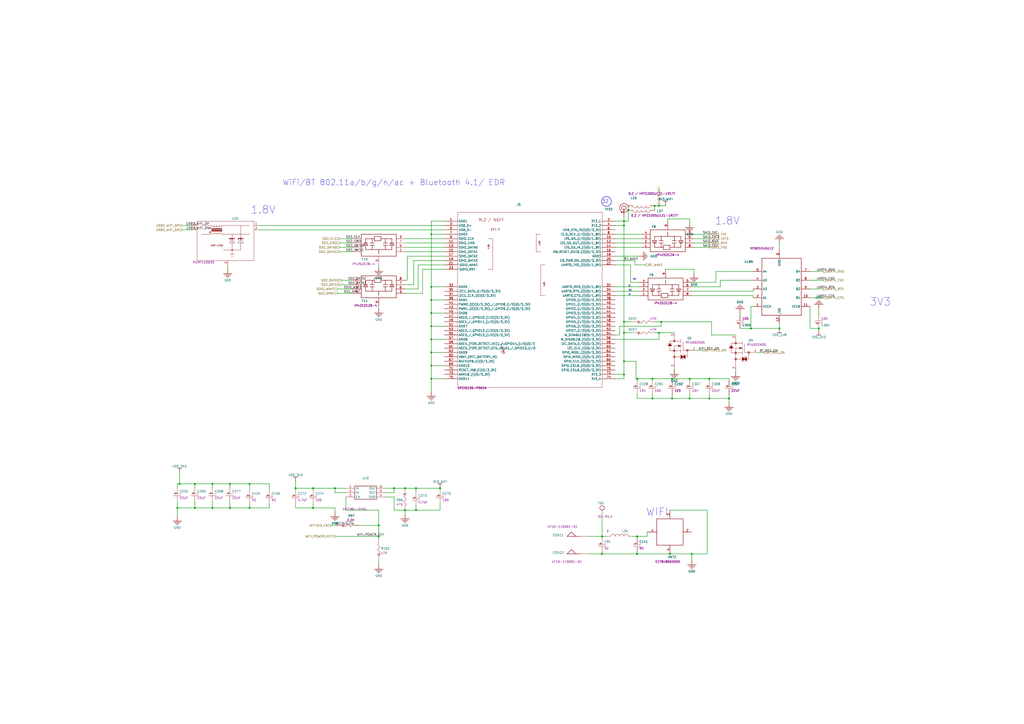
<source format=kicad_sch>
(kicad_sch (version 20231120) (generator "eeschema") (generator_version "8.0")
  (paper "A2")
  (title_block (title "Librem 5 Mainboard") (date "2024-03-21") (rev "v1.0.6") (company "Purism SPC") (comment 1 "GNU GPLv3+") (comment 2 "Copyright"))
  (junction (at 349.25 311.15))
  (junction (at 255.27 283.21))
  (junction (at 250.19 173.99))
  (junction (at 400.05 219.71))
  (junction (at 241.3 283.21))
  (junction (at 250.19 204.47))
  (junction (at 144.78 280.67))
  (junction (at 123.19 294.64))
  (junction (at 361.95 130.81))
  (junction (at 181.61 283.21))
  (junction (at 435.61 190.5))
  (junction (at 369.57 321.31))
  (junction (at 219.71 304.8))
  (junction (at 378.46 231.14))
  (junction (at 389.89 231.14))
  (junction (at 171.45 283.21))
  (junction (at 349.25 321.31))
  (junction (at 123.19 280.67))
  (junction (at 364.49 121.92))
  (junction (at 250.19 181.61))
  (junction (at 474.98 190.5))
  (junction (at 250.19 166.37))
  (junction (at 250.19 219.71))
  (junction (at 113.03 294.64))
  (junction (at 250.19 135.89))
  (junction (at 383.54 186.69))
  (junction (at 241.3 295.91))
  (junction (at 250.19 196.85))
  (junction (at 369.57 219.71))
  (junction (at 234.95 283.21))
  (junction (at 144.78 294.64))
  (junction (at 361.95 209.55))
  (junction (at 250.19 212.09))
  (junction (at 234.95 295.91))
  (junction (at 422.91 231.14))
  (junction (at 133.35 294.64))
  (junction (at 113.03 280.67))
  (junction (at 361.95 217.17))
  (junction (at 400.05 231.14))
  (junction (at 133.35 280.67))
  (junction (at 379.73 119.38))
  (junction (at 219.71 311.15))
  (junction (at 369.57 311.15))
  (junction (at 181.61 294.64))
  (junction (at 388.62 321.31))
  (junction (at 228.6 283.21))
  (junction (at 382.27 193.04))
  (junction (at 194.31 283.21))
  (junction (at 411.48 231.14))
  (junction (at 361.95 193.04))
  (junction (at 382.27 119.38))
  (junction (at 452.12 190.5))
  (junction (at 411.48 219.71))
  (junction (at 378.46 219.71))
  (junction (at 361.95 186.69))
  (junction (at 361.95 128.27))
  (junction (at 401.32 321.31))
  (junction (at 102.87 294.64))
  (junction (at 104.14 280.67))
  (junction (at 389.89 219.71))
  (junction (at 250.19 189.23))
  (wire (pts (xy 194.31 285.75) (xy 194.31 283.21)) (stroke (width 0.254)))
  (wire (pts (xy 255.27 295.91) (xy 241.3 295.91)) (stroke (width 0.254)))
  (wire (pts (xy 387.35 128.27) (xy 387.35 127)) (stroke (width 0.254)))
  (wire (pts (xy 369.57 220.98) (xy 369.57 219.71)) (stroke (width 0.254)))
  (wire (pts (xy 386.08 156.21) (xy 402.59 156.21)) (stroke (width 0.254)))
  (wire (pts (xy 204.47 165.1) (xy 198.12 165.1)) (stroke (width 0.254)))
  (wire (pts (xy 250.19 196.85) (xy 257.81 196.85)) (stroke (width 0.254)))
  (wire (pts (xy 410.21 321.31) (xy 401.32 321.31)) (stroke (width 0.254)))
  (wire (pts (xy 257.81 130.81) (xy 149.86 130.81)) (stroke (width 0.254)))
  (wire (pts (xy 389.89 220.98) (xy 389.89 219.71)) (stroke (width 0.254)))
  (wire (pts (xy 469.9 157.48) (xy 477.52 157.48)) (stroke (width 0.254)))
  (wire (pts (xy 375.412 311.15) (xy 375.412 308.61)) (stroke (width 0.254)))
  (wire (pts (xy 219.71 295.91) (xy 219.71 304.8)) (stroke (width 0.254)))
  (wire (pts (xy 245.11 170.18) (xy 234.95 170.18)) (stroke (width 0.254)))
  (wire (pts (xy 200.66 285.75) (xy 194.31 285.75)) (stroke (width 0.254)))
  (wire (pts (xy 234.95 138.43) (xy 257.81 138.43)) (stroke (width 0.254)))
  (wire (pts (xy 361.95 193.04) (xy 361.95 209.55)) (stroke (width 0.254)))
  (wire (pts (xy 133.35 290.83) (xy 133.35 294.64)) (stroke (width 0.254)))
  (wire (pts (xy 171.45 292.1) (xy 171.45 294.64)) (stroke (width 0.254)))
  (wire (pts (xy 415.29 157.48) (xy 436.88 157.48)) (stroke (width 0.254)))
  (wire (pts (xy 364.49 121.92) (xy 364.49 128.27)) (stroke (width 0.254)))
  (wire (pts (xy 204.47 170.18) (xy 195.58 170.18)) (stroke (width 0.254)))
  (wire (pts (xy 356.87 153.67) (xy 365.76 153.67)) (stroke (width 0.254)))
  (wire (pts (xy 361.95 130.81) (xy 361.95 186.69)) (stroke (width 0.254)))
  (wire (pts (xy 378.46 219.71) (xy 389.89 219.71)) (stroke (width 0.254)))
  (wire (pts (xy 171.45 284.48) (xy 171.45 283.21)) (stroke (width 0.254)))
  (wire (pts (xy 255.27 292.1) (xy 255.27 295.91)) (stroke (width 0.254)))
  (wire (pts (xy 113.03 280.67) (xy 123.19 280.67)) (stroke (width 0.254)))
  (wire (pts (xy 422.91 231.14) (xy 422.91 228.6)) (stroke (width 0.254)))
  (wire (pts (xy 436.88 171.45) (xy 436.88 172.72)) (stroke (width 0.254)))
  (wire (pts (xy 364.49 119.38) (xy 364.49 121.92)) (stroke (width 0.254)))
  (wire (pts (xy 102.87 280.67) (xy 102.87 283.21)) (stroke (width 0.254)))
  (wire (pts (xy 250.19 212.09) (xy 250.19 204.47)) (stroke (width 0.254)))
  (wire (pts (xy 379.73 119.38) (xy 382.27 119.38)) (stroke (width 0.254)))
  (wire (pts (xy 389.89 228.6) (xy 389.89 231.14)) (stroke (width 0.254)))
  (wire (pts (xy 144.78 294.64) (xy 156.21 294.64)) (stroke (width 0.254)))
  (wire (pts (xy 469.9 172.72) (xy 477.52 172.72)) (stroke (width 0.254)))
  (wire (pts (xy 361.95 219.71) (xy 361.95 217.17)) (stroke (width 0.254)))
  (wire (pts (xy 415.29 163.83) (xy 415.29 157.48)) (stroke (width 0.254)))
  (wire (pts (xy 219.71 304.8) (xy 208.28 304.8)) (stroke (width 0.254)))
  (wire (pts (xy 257.81 153.67) (xy 242.57 153.67)) (stroke (width 0.254)))
  (wire (pts (xy 379.73 193.04) (xy 382.27 193.04)) (stroke (width 0.254)))
  (wire (pts (xy 391.16 213.36) (xy 391.16 214.63)) (stroke (width 0.254)))
  (wire (pts (xy 356.87 171.45) (xy 370.84 171.45)) (stroke (width 0.254)))
  (wire (pts (xy 356.87 217.17) (xy 361.95 217.17)) (stroke (width 0.254)))
  (wire (pts (xy 401.32 321.31) (xy 401.32 325.12)) (stroke (width 0.254)))
  (wire (pts (xy 250.19 189.23) (xy 250.19 181.61)) (stroke (width 0.254)))
  (wire (pts (xy 250.19 166.37) (xy 257.81 166.37)) (stroke (width 0.254)))
  (wire (pts (xy 367.03 193.04) (xy 361.95 193.04)) (stroke (width 0.254)))
  (wire (pts (xy 382.27 119.38) (xy 386.08 119.38)) (stroke (width 0.254)))
  (wire (pts (xy 474.98 190.5) (xy 474.98 191.77)) (stroke (width 0.254)))
  (wire (pts (xy 369.57 321.31) (xy 388.62 321.31)) (stroke (width 0.254)))
  (wire (pts (xy 400.05 228.6) (xy 400.05 231.14)) (stroke (width 0.254)))
  (wire (pts (xy 144.78 292.1) (xy 144.78 294.64)) (stroke (width 0.254)))
  (wire (pts (xy 250.19 219.71) (xy 250.19 212.09)) (stroke (width 0.254)))
  (wire (pts (xy 257.81 151.13) (xy 240.03 151.13)) (stroke (width 0.254)))
  (wire (pts (xy 234.95 295.91) (xy 234.95 298.45)) (stroke (width 0.254)))
  (wire (pts (xy 372.11 138.43) (xy 356.87 138.43)) (stroke (width 0.254)))
  (wire (pts (xy 341.63 321.31) (xy 349.25 321.31)) (stroke (width 0.254)))
  (wire (pts (xy 181.61 292.1) (xy 181.61 294.64)) (stroke (width 0.254)))
  (wire (pts (xy 369.57 320.04) (xy 369.57 321.31)) (stroke (width 0.254)))
  (wire (pts (xy 113.03 294.64) (xy 123.19 294.64)) (stroke (width 0.254)))
  (wire (pts (xy 435.61 190.5) (xy 429.26 190.5)) (stroke (width 0.254)))
  (wire (pts (xy 356.87 148.59) (xy 370.84 148.59)) (stroke (width 0.254)))
  (wire (pts (xy 387.35 127) (xy 400.05 127)) (stroke (width 0.254)))
  (wire (pts (xy 359.41 189.23) (xy 383.54 189.23)) (stroke (width 0.254)))
  (wire (pts (xy 349.25 321.31) (xy 369.57 321.31)) (stroke (width 0.254)))
  (wire (pts (xy 133.35 294.64) (xy 144.78 294.64)) (stroke (width 0.254)))
  (wire (pts (xy 402.59 138.43) (xy 411.48 138.43)) (stroke (width 0.254)))
  (wire (pts (xy 200.66 295.91) (xy 219.71 295.91)) (stroke (width 0.254)))
  (wire (pts (xy 113.03 294.64) (xy 113.03 290.83)) (stroke (width 0.254)))
  (wire (pts (xy 257.81 133.35) (xy 149.86 133.35)) (stroke (width 0.254)))
  (wire (pts (xy 156.21 280.67) (xy 144.78 280.67)) (stroke (width 0.254)))
  (wire (pts (xy 379.73 186.69) (xy 383.54 186.69)) (stroke (width 0.254)))
  (wire (pts (xy 412.75 186.69) (xy 412.75 194.31)) (stroke (width 0.254)))
  (wire (pts (xy 401.32 168.91) (xy 436.88 168.91)) (stroke (width 0.254)))
  (wire (pts (xy 361.95 125.73) (xy 361.95 128.27)) (stroke (width 0.254)))
  (wire (pts (xy 123.19 283.21) (xy 123.19 280.67)) (stroke (width 0.254)))
  (wire (pts (xy 351.79 311.15) (xy 349.25 311.15)) (stroke (width 0.254)))
  (wire (pts (xy 228.6 283.21) (xy 234.95 283.21)) (stroke (width 0.254)))
  (wire (pts (xy 388.62 295.91) (xy 410.21 295.91)) (stroke (width 0.254)))
  (wire (pts (xy 223.52 288.29) (xy 228.6 288.29)) (stroke (width 0.254)))
  (wire (pts (xy 111.76 130.81) (xy 105.41 130.81)) (stroke (width 0.254)))
  (wire (pts (xy 171.45 283.21) (xy 171.45 279.4)) (stroke (width 0.254)))
  (wire (pts (xy 474.98 182.88) (xy 474.98 179.07)) (stroke (width 0.254)))
  (wire (pts (xy 436.88 177.8) (xy 435.61 177.8)) (stroke (width 0.254)))
  (wire (pts (xy 401.32 166.37) (xy 417.83 166.37)) (stroke (width 0.254)))
  (wire (pts (xy 411.48 219.71) (xy 422.91 219.71)) (stroke (width 0.254)))
  (wire (pts (xy 356.87 128.27) (xy 361.95 128.27)) (stroke (width 0.254)))
  (wire (pts (xy 383.54 186.69) (xy 412.75 186.69)) (stroke (width 0.254)))
  (wire (pts (xy 356.87 151.13) (xy 368.3 151.13)) (stroke (width 0.254)))
  (wire (pts (xy 223.52 283.21) (xy 228.6 283.21)) (stroke (width 0.254)))
  (wire (pts (xy 204.47 146.05) (xy 196.85 146.05)) (stroke (width 0.254)))
  (wire (pts (xy 417.83 166.37) (xy 417.83 162.56)) (stroke (width 0.254)))
  (wire (pts (xy 228.6 285.75) (xy 228.6 283.21)) (stroke (width 0.254)))
  (wire (pts (xy 241.3 295.91) (xy 234.95 295.91)) (stroke (width 0.254)))
  (wire (pts (xy 245.11 156.21) (xy 245.11 170.18)) (stroke (width 0.254)))
  (wire (pts (xy 241.3 293.37) (xy 241.3 295.91)) (stroke (width 0.254)))
  (wire (pts (xy 219.71 177.8) (xy 219.71 179.07)) (stroke (width 0.254)))
  (wire (pts (xy 133.35 280.67) (xy 144.78 280.67)) (stroke (width 0.254)))
  (wire (pts (xy 356.87 196.85) (xy 382.27 196.85)) (stroke (width 0.254)))
  (wire (pts (xy 194.31 294.64) (xy 194.31 297.18)) (stroke (width 0.254)))
  (wire (pts (xy 194.31 283.21) (xy 181.61 283.21)) (stroke (width 0.254)))
  (wire (pts (xy 204.47 167.64) (xy 195.58 167.64)) (stroke (width 0.254)))
  (wire (pts (xy 102.87 294.64) (xy 102.87 299.72)) (stroke (width 0.254)))
  (wire (pts (xy 372.11 143.51) (xy 356.87 143.51)) (stroke (width 0.254)))
  (wire (pts (xy 402.59 156.21) (xy 402.59 158.75)) (stroke (width 0.254)))
  (wire (pts (xy 375.412 308.61) (xy 375.92 308.61)) (stroke (width 0.254)))
  (wire (pts (xy 204.47 162.56) (xy 198.12 162.56)) (stroke (width 0.254)))
  (wire (pts (xy 257.81 156.21) (xy 245.11 156.21)) (stroke (width 0.254)))
  (wire (pts (xy 195.58 304.8) (xy 191.77 304.8)) (stroke (width 0.254)))
  (wire (pts (xy 452.12 144.78) (xy 452.12 140.97)) (stroke (width 0.254)))
  (wire (pts (xy 403.86 203.2) (xy 407.67 203.2)) (stroke (width 0.254)))
  (wire (pts (xy 356.87 194.31) (xy 359.41 194.31)) (stroke (width 0.254)))
  (wire (pts (xy 452.12 187.96) (xy 452.12 190.5)) (stroke (width 0.254)))
  (wire (pts (xy 411.48 220.98) (xy 411.48 219.71)) (stroke (width 0.254)))
  (wire (pts (xy 429.26 182.88) (xy 429.26 181.61)) (stroke (width 0.254)))
  (wire (pts (xy 228.6 295.91) (xy 234.95 295.91)) (stroke (width 0.254)))
  (wire (pts (xy 242.57 153.67) (xy 242.57 167.64)) (stroke (width 0.254)))
  (wire (pts (xy 372.11 140.97) (xy 356.87 140.97)) (stroke (width 0.254)))
  (wire (pts (xy 219.71 311.15) (xy 194.31 311.15)) (stroke (width 0.254)))
  (wire (pts (xy 250.19 196.85) (xy 250.19 189.23)) (stroke (width 0.254)))
  (wire (pts (xy 241.3 285.75) (xy 241.3 283.21)) (stroke (width 0.254)))
  (wire (pts (xy 234.95 140.97) (xy 257.81 140.97)) (stroke (width 0.254)))
  (wire (pts (xy 382.27 118.11) (xy 382.27 119.38)) (stroke (width 0.254)))
  (wire (pts (xy 389.89 219.71) (xy 400.05 219.71)) (stroke (width 0.254)))
  (wire (pts (xy 181.61 294.64) (xy 194.31 294.64)) (stroke (width 0.254)))
  (wire (pts (xy 412.75 194.31) (xy 426.72 194.31)) (stroke (width 0.254)))
  (wire (pts (xy 383.54 189.23) (xy 383.54 186.69)) (stroke (width 0.254)))
  (wire (pts (xy 382.27 193.04) (xy 391.16 193.04)) (stroke (width 0.254)))
  (wire (pts (xy 228.6 288.29) (xy 228.6 295.91)) (stroke (width 0.254)))
  (wire (pts (xy 250.19 212.09) (xy 257.81 212.09)) (stroke (width 0.254)))
  (wire (pts (xy 388.62 321.31) (xy 401.32 321.31)) (stroke (width 0.254)))
  (wire (pts (xy 250.19 135.89) (xy 257.81 135.89)) (stroke (width 0.254)))
  (wire (pts (xy 378.46 231.14) (xy 389.89 231.14)) (stroke (width 0.254)))
  (wire (pts (xy 422.91 219.71) (xy 422.91 220.98)) (stroke (width 0.254)))
  (wire (pts (xy 133.35 283.21) (xy 133.35 280.67)) (stroke (width 0.254)))
  (wire (pts (xy 402.59 140.97) (xy 411.48 140.97)) (stroke (width 0.254)))
  (wire (pts (xy 156.21 294.64) (xy 156.21 292.1)) (stroke (width 0.254)))
  (wire (pts (xy 369.57 311.15) (xy 375.412 311.15)) (stroke (width 0.254)))
  (wire (pts (xy 356.87 219.71) (xy 361.95 219.71)) (stroke (width 0.254)))
  (wire (pts (xy 356.87 166.37) (xy 370.84 166.37)) (stroke (width 0.254)))
  (wire (pts (xy 204.47 140.97) (xy 196.85 140.97)) (stroke (width 0.254)))
  (wire (pts (xy 250.19 135.89) (xy 250.19 128.27)) (stroke (width 0.254)))
  (wire (pts (xy 400.05 127) (xy 400.05 129.54)) (stroke (width 0.254)))
  (wire (pts (xy 234.95 146.05) (xy 257.81 146.05)) (stroke (width 0.254)))
  (wire (pts (xy 132.08 153.67) (xy 132.08 156.21)) (stroke (width 0.254)))
  (wire (pts (xy 411.48 231.14) (xy 422.91 231.14)) (stroke (width 0.254)))
  (wire (pts (xy 349.25 311.15) (xy 341.63 311.15)) (stroke (width 0.254)))
  (wire (pts (xy 435.61 177.8) (xy 435.61 190.5)) (stroke (width 0.254)))
  (wire (pts (xy 361.95 128.27) (xy 364.49 128.27)) (stroke (width 0.254)))
  (wire (pts (xy 469.9 190.5) (xy 474.98 190.5)) (stroke (width 0.254)))
  (wire (pts (xy 367.03 186.69) (xy 361.95 186.69)) (stroke (width 0.254)))
  (wire (pts (xy 469.9 167.64) (xy 477.52 167.64)) (stroke (width 0.254)))
  (wire (pts (xy 104.14 274.32) (xy 104.14 280.67)) (stroke (width 0.254)))
  (wire (pts (xy 204.47 143.51) (xy 196.85 143.51)) (stroke (width 0.254)))
  (wire (pts (xy 223.52 285.75) (xy 228.6 285.75)) (stroke (width 0.254)))
  (wire (pts (xy 200.66 288.29) (xy 200.66 295.91)) (stroke (width 0.254)))
  (wire (pts (xy 236.22 162.56) (xy 234.95 162.56)) (stroke (width 0.254)))
  (wire (pts (xy 250.19 189.23) (xy 257.81 189.23)) (stroke (width 0.254)))
  (wire (pts (xy 250.19 204.47) (xy 257.81 204.47)) (stroke (width 0.254)))
  (wire (pts (xy 144.78 280.67) (xy 144.78 284.48)) (stroke (width 0.254)))
  (wire (pts (xy 361.95 186.69) (xy 361.95 193.04)) (stroke (width 0.254)))
  (wire (pts (xy 410.21 295.91) (xy 410.21 321.31)) (stroke (width 0.254)))
  (wire (pts (xy 219.71 153.67) (xy 219.71 154.94)) (stroke (width 0.254)))
  (wire (pts (xy 356.87 168.91) (xy 370.84 168.91)) (stroke (width 0.254)))
  (wire (pts (xy 123.19 280.67) (xy 133.35 280.67)) (stroke (width 0.254)))
  (wire (pts (xy 200.66 283.21) (xy 194.31 283.21)) (stroke (width 0.254)))
  (wire (pts (xy 236.22 148.59) (xy 236.22 162.56)) (stroke (width 0.254)))
  (wire (pts (xy 379.73 121.92) (xy 379.73 119.38)) (stroke (width 0.254)))
  (wire (pts (xy 469.9 162.56) (xy 477.52 162.56)) (stroke (width 0.254)))
  (wire (pts (xy 219.71 312.42) (xy 219.71 311.15)) (stroke (width 0.254)))
  (wire (pts (xy 250.19 173.99) (xy 257.81 173.99)) (stroke (width 0.254)))
  (wire (pts (xy 204.47 138.43) (xy 196.85 138.43)) (stroke (width 0.254)))
  (wire (pts (xy 452.12 190.5) (xy 435.61 190.5)) (stroke (width 0.254)))
  (wire (pts (xy 123.19 294.64) (xy 133.35 294.64)) (stroke (width 0.254)))
  (wire (pts (xy 359.41 194.31) (xy 359.41 189.23)) (stroke (width 0.254)))
  (wire (pts (xy 361.95 217.17) (xy 361.95 209.55)) (stroke (width 0.254)))
  (wire (pts (xy 242.57 167.64) (xy 234.95 167.64)) (stroke (width 0.254)))
  (wire (pts (xy 349.25 312.42) (xy 349.25 311.15)) (stroke (width 0.254)))
  (wire (pts (xy 250.19 219.71) (xy 257.81 219.71)) (stroke (width 0.254)))
  (wire (pts (xy 365.76 163.83) (xy 370.84 163.83)) (stroke (width 0.254)))
  (wire (pts (xy 411.48 228.6) (xy 411.48 231.14)) (stroke (width 0.254)))
  (wire (pts (xy 369.57 228.6) (xy 369.57 231.14)) (stroke (width 0.254)))
  (wire (pts (xy 368.96 219.71) (xy 368.96 209.55)) (stroke (width 0.254)))
  (wire (pts (xy 250.19 204.47) (xy 250.19 196.85)) (stroke (width 0.254)))
  (wire (pts (xy 378.46 228.6) (xy 378.46 231.14)) (stroke (width 0.254)))
  (wire (pts (xy 102.87 290.83) (xy 102.87 294.64)) (stroke (width 0.254)))
  (wire (pts (xy 171.45 283.21) (xy 181.61 283.21)) (stroke (width 0.254)))
  (wire (pts (xy 250.19 128.27) (xy 257.81 128.27)) (stroke (width 0.254)))
  (wire (pts (xy 104.14 280.67) (xy 113.03 280.67)) (stroke (width 0.254)))
  (wire (pts (xy 250.19 227.33) (xy 250.19 219.71)) (stroke (width 0.254)))
  (wire (pts (xy 356.87 130.81) (xy 361.95 130.81)) (stroke (width 0.254)))
  (wire (pts (xy 255.27 284.48) (xy 255.27 283.21)) (stroke (width 0.254)))
  (wire (pts (xy 181.61 283.21) (xy 181.61 284.48)) (stroke (width 0.254)))
  (wire (pts (xy 368.96 209.55) (xy 361.95 209.55)) (stroke (width 0.254)))
  (wire (pts (xy 469.9 177.8) (xy 469.9 190.5)) (stroke (width 0.254)))
  (wire (pts (xy 426.72 214.63) (xy 426.72 215.9)) (stroke (width 0.254)))
  (wire (pts (xy 382.27 196.85) (xy 382.27 193.04)) (stroke (width 0.254)))
  (wire (pts (xy 365.76 153.67) (xy 365.76 163.83)) (stroke (width 0.254)))
  (wire (pts (xy 171.45 294.64) (xy 181.61 294.64)) (stroke (width 0.254)))
  (wire (pts (xy 257.81 148.59) (xy 236.22 148.59)) (stroke (width 0.254)))
  (wire (pts (xy 389.89 231.14) (xy 400.05 231.14)) (stroke (width 0.254)))
  (wire (pts (xy 349.25 298.45) (xy 349.25 311.15)) (stroke (width 0.254)))
  (wire (pts (xy 241.3 283.21) (xy 255.27 283.21)) (stroke (width 0.254)))
  (wire (pts (xy 361.95 130.81) (xy 361.95 128.27)) (stroke (width 0.254)))
  (wire (pts (xy 104.14 280.67) (xy 102.87 280.67)) (stroke (width 0.254)))
  (wire (pts (xy 240.03 165.1) (xy 234.95 165.1)) (stroke (width 0.254)))
  (wire (pts (xy 241.3 283.21) (xy 234.95 283.21)) (stroke (width 0.254)))
  (wire (pts (xy 240.03 151.13) (xy 240.03 165.1)) (stroke (width 0.254)))
  (wire (pts (xy 111.76 133.35) (xy 105.41 133.35)) (stroke (width 0.254)))
  (wire (pts (xy 250.19 181.61) (xy 250.19 173.99)) (stroke (width 0.254)))
  (wire (pts (xy 372.11 135.89) (xy 356.87 135.89)) (stroke (width 0.254)))
  (wire (pts (xy 401.32 163.83) (xy 415.29 163.83)) (stroke (width 0.254)))
  (wire (pts (xy 400.05 219.71) (xy 411.48 219.71)) (stroke (width 0.254)))
  (wire (pts (xy 417.83 162.56) (xy 436.88 162.56)) (stroke (width 0.254)))
  (wire (pts (xy 422.91 231.14) (xy 422.91 233.68)) (stroke (width 0.254)))
  (wire (pts (xy 369.57 219.71) (xy 368.96 219.71)) (stroke (width 0.254)))
  (wire (pts (xy 250.19 166.37) (xy 250.19 135.89)) (stroke (width 0.254)))
  (wire (pts (xy 234.95 143.51) (xy 257.81 143.51)) (stroke (width 0.254)))
  (wire (pts (xy 113.03 283.21) (xy 113.03 280.67)) (stroke (width 0.254)))
  (wire (pts (xy 219.71 325.12) (xy 219.71 327.66)) (stroke (width 0.254)))
  (wire (pts (xy 368.3 151.13) (xy 368.3 153.67)) (stroke (width 0.254)))
  (wire (pts (xy 156.21 284.48) (xy 156.21 280.67)) (stroke (width 0.254)))
  (wire (pts (xy 378.46 220.98) (xy 378.46 219.71)) (stroke (width 0.254)))
  (wire (pts (xy 369.57 231.14) (xy 378.46 231.14)) (stroke (width 0.254)))
  (wire (pts (xy 368.3 153.67) (xy 374.65 153.67)) (stroke (width 0.254)))
  (wire (pts (xy 400.05 220.98) (xy 400.05 219.71)) (stroke (width 0.254)))
  (wire (pts (xy 436.88 168.91) (xy 436.88 167.64)) (stroke (width 0.254)))
  (wire (pts (xy 402.59 143.51) (xy 411.48 143.51)) (stroke (width 0.254)))
  (wire (pts (xy 401.32 171.45) (xy 436.88 171.45)) (stroke (width 0.254)))
  (wire (pts (xy 349.25 320.04) (xy 349.25 321.31)) (stroke (width 0.254)))
  (wire (pts (xy 250.19 181.61) (xy 257.81 181.61)) (stroke (width 0.254)))
  (wire (pts (xy 367.03 311.15) (xy 369.57 311.15)) (stroke (width 0.254)))
  (wire (pts (xy 369.57 219.71) (xy 378.46 219.71)) (stroke (width 0.254)))
  (wire (pts (xy 123.19 290.83) (xy 123.19 294.64)) (stroke (width 0.254)))
  (wire (pts (xy 219.71 311.15) (xy 219.71 304.8)) (stroke (width 0.254)))
  (wire (pts (xy 402.59 135.89) (xy 411.48 135.89)) (stroke (width 0.254)))
  (wire (pts (xy 369.57 312.42) (xy 369.57 311.15)) (stroke (width 0.254)))
  (wire (pts (xy 102.87 294.64) (xy 113.03 294.64)) (stroke (width 0.254)))
  (wire (pts (xy 250.19 173.99) (xy 250.19 166.37)) (stroke (width 0.254)))
  (wire (pts (xy 439.42 204.47) (xy 443.23 204.47)) (stroke (width 0.254)))
  (wire (pts (xy 400.05 231.14) (xy 411.48 231.14)) (stroke (width 0.254)))
  (circle (center 351.79 116.84) (radius 2.845) (stroke (width 0.254)))
  (text "DO" (at 364.49 168.91 0) (effects (font (size 0.889 0.889)) (justify left bottom)))
  (text "1.8V" (at 160.02 124.46 0) (effects (font (size 4.445 4.445)) (justify right bottom)))
  (text "3V3" (at 516.89 177.8 0) (effects (font (size 4.445 4.445)) (justify right bottom)))
  (text "1.8V" (at 429.26 130.81 0) (effects (font (size 4.445 4.445)) (justify right bottom)))
  (text "WIFI" (at 374.65 299.72 0) (effects (font (size 4.445 4.445)) (justify left bottom)))
  (text "WiFi/BT 802.11a/b/g/n/ac + Bluetooth 4.1/ EDR" (at 163.83 107.95 0) (effects (font (size 3.302 3.302)) (justify left bottom)))
  (text "DO" (at 367.03 162.56 0) (effects (font (size 0.889 0.889)) (justify left bottom)))
  (text "DI" (at 364.49 171.45 0) (effects (font (size 0.889 0.889)) (justify left bottom)))
  (text "32" (at 349.25 118.11 0) (effects (font (size 1.905 1.905)) (justify left bottom)))
  (text "DI" (at 364.49 166.37 0) (effects (font (size 0.889 0.889)) (justify left bottom)))
  (label "SD2_DATA1" (at 200.66 146.05 0))
  (label "WIFI_REG_ON" (at 405.13 203.2 0))
  (label "UART4_RTS" (at 473.71 167.64 0))
  (label "UART4_TXD" (at 473.71 162.56 0))
  (label "USB2_WIFI_DN" (at 107.95 133.35 0))
  (label "SDIO_WAKE" (at 199.39 167.64 0))
  (label "UART4_RXD" (at 473.71 157.48 0))
  (label "SD2_DATA2" (at 201.93 162.56 0))
  (label "UART4_CTS" (at 473.71 172.72 0))
  (label "SAI3_RXD" (at 407.67 140.97 0))
  (label "WIFI_POWER_KEY" (at 207.01 311.15 0))
  (label "BT_WAKE" (at 361.95 151.13 0))
  (label "SD2_DATA0" (at 200.66 143.51 0))
  (label "SAI3_TXFS" (at 407.67 138.43 0))
  (label "WIFI3V3_EN" (at 194.31 304.8 0))
  (label "SAI3_TXC" (at 407.67 135.89 0))
  (label "SAI3_TXD" (at 407.67 143.51 0))
  (label "SD2_CLK" (at 200.66 138.43 0))
  (label "USB2_WIFI_DP" (at 107.95 130.81 0))
  (label "BT_REG_ON" (at 440.69 204.47 0))
  (label "SD2_NRST" (at 199.39 170.18 0))
  (label "SD2_DATA3" (at 201.93 165.1 0))
  (label "SD2_CMD" (at 200.66 140.97 0))
  (hierarchical_label "SAI3_TXC" (shape bidirectional) (at 411.48 135.89 0))
  (hierarchical_label "SD2_CLK" (shape passive) (at 196.85 138.43 180))
  (hierarchical_label "BT_REG_ON" (shape passive) (at 443.23 204.47 0))
  (hierarchical_label "WIFI3V3_EN" (shape passive) (at 191.77 304.8 180))
  (hierarchical_label "SAI3_TXD" (shape bidirectional) (at 411.48 143.51 0))
  (hierarchical_label "SAI3_RXD" (shape passive) (at 411.48 140.97 0))
  (hierarchical_label "SD2_DATA1" (shape passive) (at 196.85 146.05 180))
  (hierarchical_label "SAI3_TXFS" (shape bidirectional) (at 411.48 138.43 0))
  (hierarchical_label "UART4_RTS" (shape passive) (at 477.52 167.64 0))
  (hierarchical_label "UART4_TXD" (shape passive) (at 477.52 162.56 0))
  (hierarchical_label "SD2_DATA2" (shape passive) (at 198.12 162.56 180))
  (hierarchical_label "3V3_WIFI" (shape bidirectional) (at 382.27 118.11 90))
  (hierarchical_label "WIFI_POWER_KEY" (shape passive) (at 194.31 311.15 180))
  (hierarchical_label "UART4_RXD" (shape passive) (at 477.52 157.48 0))
  (hierarchical_label "BT_WAKE" (shape passive) (at 374.65 153.67 0))
  (hierarchical_label "USB2_WIFI_DP" (shape passive) (at 105.41 130.81 180))
  (hierarchical_label "SDIO_WAKE" (shape passive) (at 195.58 167.64 180))
  (hierarchical_label "SD2_NRST" (shape passive) (at 195.58 170.18 180))
  (hierarchical_label "UART4_CTS" (shape passive) (at 477.52 172.72 0))
  (hierarchical_label "USB2_WIFI_DN" (shape passive) (at 105.41 133.35 180))
  (hierarchical_label "SD2_DATA0" (shape passive) (at 196.85 143.51 180))
  (hierarchical_label "WIFI_REG_ON" (shape passive) (at 407.67 203.2 0))
  (hierarchical_label "SD2_CMD" (shape passive) (at 196.85 140.97 180))
  (hierarchical_label "SD2_DATA3" (shape passive) (at 198.12 165.1 180))
  (symbol (lib_id "C-16_WIFI_BT:root_0_C0402") (at 142.24 289.56 0) (unit 1)
    (property "Reference" "C434" (at 146.05 287.02 0) (effects (justify left bottom)))
    (property "Value" "C0402" (effects (hide yes)))
    (property "Footprint" "CAP-0402" (effects (hide yes)))
    (property "PCB DECAL" "CAP-0402" (effects (hide yes)))
    (property "DESCRIPTION" "CAP CER 10uF 6V3 20% X5R 0402" (effects (hide yes)))
    (property "VOLTAGE" "6.3V" (effects (hide yes)))
    (property "VALUE" "NC" (at 146.05 290.83 0) (effects (justify left bottom)))
    (property "GEOMETRY.HEIGHT" "0.5MM" (effects (hide yes)))
    (property "PCB FOOTPRINT" "402" (effects (hide yes)))
  )
  (symbol (lib_id "C-16_WIFI_BT:GND") (at 219.71 179.07 0) (unit 1)
    (property "Reference" "#PWR?" (effects (hide yes)))
    (property "Value" "GND" (at 219.71 185.42 0))
  )
  (symbol (lib_id "C-16_WIFI_BT:root_0_ANT_CON1") (at 328.93 311.15 0) (unit 1)
    (property "Reference" "CON11" (at 323.85 311.15 0) (effects (justify bottom)))
    (property "Value" "ANT_CON1" (effects (hide yes)))
    (property "Footprint" "ANT_CON1" (effects (hide yes)))
    (property "PCB DECAL" "ANT_CON1" (effects (hide yes)))
    (property "GEOMETRY.HEIGHT" "1.0MM" (effects (hide yes)))
    (property "VALUE" "AT10-110001-01" (at 326.39 304.8 0) (effects (justify top)))
    (property "DESCRIPTION" "RF shrapnel,W=1.4mm,L=2.4mm,Hf=1.0¡À0.1mm,Hw=0.55mm µ¯Æ¬" (effects (hide yes)))
    (property "PCB FOOTPRINT" "2.4X1.4mm" (effects (hide yes)))
  )
  (symbol (lib_id "C-16_WIFI_BT:root_2_mirrored_C0201") (at 472.44 185.42 0) (unit 1)
    (property "Reference" "C394" (at 476.25 187.96 0) (effects (justify left top)))
    (property "Value" "C0201" (effects (hide yes)))
    (property "Footprint" "CAP-0201" (effects (hide yes)))
    (property "VOLTAGE" "6.3V" (effects (hide yes)))
    (property "DESCRIPTION" "CAP CER 1uF 6V3 20% X5R 0201" (effects (hide yes)))
    (property "PCB DECAL" "CAP-0201" (effects (hide yes)))
    (property "VALUE" "105" (at 476.25 184.15 0) (effects (justify left top)))
    (property "GEOMETRY.HEIGHT" "0.3MM" (effects (hide yes)))
    (property "PCB FOOTPRINT" "201" (effects (hide yes)))
  )
  (symbol (lib_id "C-16_WIFI_BT:root_0_C0201") (at 346.71 317.5 0) (unit 1)
    (property "Reference" "C91" (at 350.52 314.96 0) (effects (justify left bottom)))
    (property "Value" "C0201" (effects (hide yes)))
    (property "Footprint" "CAP-0201" (effects (hide yes)))
    (property "DESCRIPTION" "Z CAP CER 1uF 6V3 20% X5R 0201" (effects (hide yes)))
    (property "PCB DECAL" "CAP-0201" (effects (hide yes)))
    (property "VALUE" "NC" (at 350.52 318.77 0) (effects (justify left bottom)))
    (property "GEOMETRY.HEIGHT" "0.3MM" (effects (hide yes)))
    (property "PCB FOOTPRINT" "201" (effects (hide yes)))
  )
  (symbol (lib_id "C-16_WIFI_BT:root_0_FILTER_ESD_BUS4") (at 209.55 148.59 0) (unit 1)
    (property "Reference" "F10" (at 211.582 151.13 0) (effects (justify bottom)))
    (property "Value" "FILTER_ESD_BUS4" (effects (hide yes)))
    (property "Footprint" "FILTER-BUS4" (effects (hide yes)))
    (property "PCB DECAL" "FILTER-BUS4" (effects (hide yes)))
    (property "VALUE" "IP4252CZ8-4" (at 210.82 152.4 0) (effects (justify top)))
    (property "GEOMETRY.HEIGHT" "0.6mm" (effects (hide yes)))
    (property "PCB FOOTPRINT" "QFN8 1.35x1.7x0.55mm" (effects (hide yes)))
    (property "DESCRIPTION" "IC ESD Filter 40 ohm 12pF 4CH" (effects (hide yes)))
    (property "MFG_NAME" "NXP" (effects (hide yes)))
  )
  (symbol (lib_id "C-16_WIFI_BT:root_1_RES_2") (at 377.19 195.58 0) (unit 1)
    (property "Reference" "R227" (at 369.57 190.5 0) (effects (justify right top)))
    (property "Value" "RES_2" (effects (hide yes)))
    (property "Footprint" "RES-0201" (effects (hide yes)))
    (property "DESCRIPTION" "Resistor Chip 0201 47K Ohm 1/16W 1% RALEC" (effects (hide yes)))
    (property "PCB DECAL" "RES-0201" (effects (hide yes)))
    (property "VALUE" "47K" (at 381 190.5 0) (effects (justify right top)))
    (property "GEOMETRY.HEIGHT" "0.3MM" (effects (hide yes)))
    (property "PCB FOOTPRINT" "201" (effects (hide yes)))
  )
  (symbol (lib_id "C-16_WIFI_BT:root_0_C0603") (at 408.94 226.06 0) (unit 1)
    (property "Reference" "C308" (at 412.75 223.52 0) (effects (justify left bottom)))
    (property "Value" "C0603" (effects (hide yes)))
    (property "Footprint" "CAP-0603" (effects (hide yes)))
    (property "PCB DECAL" "CAP-0603" (effects (hide yes)))
    (property "DESCRIPTION" "CAP CER 22uF 6V3 20% X5R 0603" (effects (hide yes)))
    (property "VOLTAGE" "6.3V" (effects (hide yes)))
    (property "VALUE" "22UF" (at 412.75 227.33 0) (effects (justify left bottom)))
    (property "GEOMETRY.HEIGHT" "0.8MM" (effects (hide yes)))
    (property "PCB FOOTPRINT" "603" (effects (hide yes)))
  )
  (symbol (lib_id "C-16_WIFI_BT:GND") (at 219.71 154.94 0) (unit 1)
    (property "Reference" "#PWR?" (effects (hide yes)))
    (property "Value" "GND" (at 219.71 161.29 0))
  )
  (symbol (lib_id "C-16_WIFI_BT:GND") (at 370.84 148.59 90) (unit 1)
    (property "Reference" "#PWR?" (effects (hide yes)))
    (property "Value" "GND" (at 377.19 148.59 90) (effects (justify right)))
  )
  (symbol (lib_id "C-16_WIFI_BT:GND") (at 452.12 140.97 180) (unit 1)
    (property "Reference" "#PWR?" (effects (hide yes)))
    (property "Value" "GND" (at 452.12 134.62 0))
  )
  (symbol (lib_id "C-16_WIFI_BT:GND") (at 102.87 299.72 0) (unit 1)
    (property "Reference" "#PWR?" (effects (hide yes)))
    (property "Value" "GND" (at 102.87 306.07 0))
  )
  (symbol (lib_id "C-16_WIFI_BT:GND") (at 194.31 297.18 0) (unit 1)
    (property "Reference" "#PWR?" (effects (hide yes)))
    (property "Value" "GND" (at 194.31 303.53 0))
  )
  (symbol (lib_id "C-16_WIFI_BT:VDD_1V8") (at 452.12 190.5 0) (unit 1)
    (property "Reference" "#PWR?" (effects (hide yes)))
    (property "Value" "VDD_1V8" (at 452.12 194.31 0))
  )
  (symbol (lib_id "C-16_WIFI_BT:GND") (at 219.71 327.66 0) (unit 1)
    (property "Reference" "#PWR?" (effects (hide yes)))
    (property "Value" "GND" (at 219.71 334.01 0))
  )
  (symbol (lib_id "C-16_WIFI_BT:root_0_C0603") (at 120.65 288.29 0) (unit 1)
    (property "Reference" "C258" (at 124.46 285.75 0) (effects (justify left bottom)))
    (property "Value" "C0603" (effects (hide yes)))
    (property "Footprint" "CAP-0603" (effects (hide yes)))
    (property "PCB FOOTPRINT" "603" (effects (hide yes)))
    (property "GEOMETRY.HEIGHT" "0.8MM" (effects (hide yes)))
    (property "VALUE" "22UF" (at 124.46 289.56 0) (effects (justify left bottom)))
    (property "VOLTAGE" "6.3V" (effects (hide yes)))
    (property "DESCRIPTION" "CAP CER 22uF 6V3 20% X5R 0603" (effects (hide yes)))
    (property "PCB DECAL" "CAP-0603" (effects (hide yes)))
  )
  (symbol (lib_id "C-16_WIFI_BT:GND") (at 422.91 233.68 0) (unit 1)
    (property "Reference" "#PWR?" (effects (hide yes)))
    (property "Value" "GND" (at 422.91 240.03 0))
  )
  (symbol (lib_id "C-16_WIFI_BT:root_0_C0201") (at 375.92 226.06 0) (unit 1)
    (property "Reference" "C291" (at 379.73 223.52 0) (effects (justify left bottom)))
    (property "Value" "C0201" (effects (hide yes)))
    (property "Footprint" "CAP-0201" (effects (hide yes)))
    (property "VOLTAGE" "6.3V" (effects (hide yes)))
    (property "DESCRIPTION" "CAP CER 1uF 6V3 20% X5R 0201" (effects (hide yes)))
    (property "PCB DECAL" "CAP-0201" (effects (hide yes)))
    (property "VALUE" "105" (at 379.73 227.33 0) (effects (justify left bottom)))
    (property "GEOMETRY.HEIGHT" "0.3MM" (effects (hide yes)))
    (property "PCB FOOTPRINT" "201" (effects (hide yes)))
  )
  (symbol (lib_id "C-16_WIFI_BT:VDD_3V3") (at 104.14 274.32 180) (unit 1)
    (property "Reference" "#PWR?" (effects (hide yes)))
    (property "Value" "VDD_3V3" (at 104.14 270.51 0))
  )
  (symbol (lib_id "C-16_WIFI_BT:GND") (at 474.98 179.07 180) (unit 1)
    (property "Reference" "#PWR?" (effects (hide yes)))
    (property "Value" "GND" (at 474.98 172.72 0))
  )
  (symbol (lib_id "C-16_WIFI_BT:GND") (at 429.26 181.61 180) (unit 1)
    (property "Reference" "#PWR?" (effects (hide yes)))
    (property "Value" "GND" (at 429.26 175.26 0))
  )
  (symbol (lib_id "C-16_WIFI_BT:root_0_RES_2") (at 232.41 293.37 0) (unit 1)
    (property "Reference" "R96" (at 229.87 290.83 0) (effects (justify left bottom)))
    (property "Value" "RES_2" (effects (hide yes)))
    (property "Footprint" "RES-0201" (effects (hide yes)))
    (property "DESCRIPTION" "Resistor Chip 0201 47K Ohm 1/16W 1% RALEC" (effects (hide yes)))
    (property "PCB DECAL" "RES-0201" (effects (hide yes)))
    (property "VALUE" "47K" (at 229.87 293.37 0) (effects (justify left bottom)))
    (property "GEOMETRY.HEIGHT" "0.3MM" (effects (hide yes)))
    (property "PCB FOOTPRINT" "201" (effects (hide yes)))
  )
  (symbol (lib_id "C-16_WIFI_BT:root_1_mirrored_TEST-POINT") (at 361.95 120.65 0) (unit 1)
    (property "Reference" "TV32" (at 353.06 120.65 0) (effects (justify top)))
    (property "Value" "TEST-POINT" (effects (hide yes)))
    (property "Footprint" "SIP-1PE" (effects (hide yes)))
    (property "PCB DECAL" "SIP-1PE" (effects (hide yes)))
    (property "VALUE" "M3" (effects (hide yes)))
    (property "GEOMETRY.HEIGHT" "0.1MM" (effects (hide yes)))
    (property "DESCRIPTION" "Z" (effects (hide yes)))
  )
  (symbol (lib_id "C-16_WIFI_BT:root_0_SC-M1.4") (at 346.71 295.91 0) (unit 1)
    (property "Reference" "TS5" (at 346.71 292.608 0) (effects (justify left bottom)))
    (property "Value" "SC-M1.4" (effects (hide yes)))
    (property "Footprint" "SC-M1.4" (effects (hide yes)))
    (property "PCB DECAL" "SC-M1.4" (effects (hide yes)))
    (property "DESCRIPTION" "Z" (effects (hide yes)))
    (property "VALUE" "SC-M1.4" (at 346.71 298.958 0) (effects (justify left top)))
  )
  (symbol (lib_id "C-16_WIFI_BT:GND") (at 401.32 325.12 0) (unit 1)
    (property "Reference" "#PWR?" (effects (hide yes)))
    (property "Value" "GND" (at 401.32 331.47 0))
  )
  (symbol (lib_id "C-16_WIFI_BT:root_0_C0603") (at 130.81 288.29 0) (unit 1)
    (property "Reference" "C277" (at 134.62 285.75 0) (effects (justify left bottom)))
    (property "Value" "C0603" (effects (hide yes)))
    (property "Footprint" "CAP-0603" (effects (hide yes)))
    (property "PCB FOOTPRINT" "603" (effects (hide yes)))
    (property "GEOMETRY.HEIGHT" "1.0MM" (effects (hide yes)))
    (property "VALUE" "22UF" (at 134.62 289.56 0) (effects (justify left bottom)))
    (property "VOLTAGE" "6.3V" (effects (hide yes)))
    (property "DESCRIPTION" "CAP CER 22uF 6V3 20% X5R 0603" (effects (hide yes)))
    (property "PCB DECAL" "CAP-0603" (effects (hide yes)))
  )
  (symbol (lib_id "C-16_WIFI_BT:root_0_APEX2X2") (at 381 316.23 0) (unit 1)
    (property "Reference" "ANT2" (at 389.89 323.85 0) (effects (justify bottom)))
    (property "Value" "APEX2X2" (effects (hide yes)))
    (property "Footprint" "APEX-4" (effects (hide yes)))
    (property "PCB DECAL" "APEX-4" (effects (hide yes)))
    (property "DESCRIPTION" "CON  RF IV  2X2X0.6 Íâ¾¶1.5 ÄÚ¾¶0.45" (effects (hide yes)))
    (property "GEOMETRY.HEIGHT" "1.45MM" (effects (hide yes)))
    (property "MFG_NAME" "ECTµçÁ¬¾«ÃÜ" (effects (hide yes)))
    (property "PCB FOOTPRINT" "2X2MM" (effects (hide yes)))
    (property "VALUE" "ECT818000500" (at 387.35 325.12 0) (effects (justify top)))
  )
  (symbol (lib_id "C-16_WIFI_BT:root_0_C0201") (at 387.35 226.06 0) (unit 1)
    (property "Reference" "C292" (at 391.16 223.52 0) (effects (justify left bottom)))
    (property "Value" "C0201" (effects (hide yes)))
    (property "Footprint" "CAP-0201" (effects (hide yes)))
    (property "VOLTAGE" "6.3V" (effects (hide yes)))
    (property "DESCRIPTION" "CAP CER 1uF 6V3 20% X5R 0201" (effects (hide yes)))
    (property "PCB DECAL" "CAP-0201" (effects (hide yes)))
    (property "VALUE" "105" (at 391.16 227.33 0) (effects (justify left bottom)))
    (property "GEOMETRY.HEIGHT" "0.3MM" (effects (hide yes)))
    (property "PCB FOOTPRINT" "201" (effects (hide yes)))
  )
  (symbol (lib_id "C-16_WIFI_BT:root_0_mirrored_2SK3018") (at 436.88 212.09 0) (unit 1)
    (property "Reference" "Q9" (at 436.88 198.12 0) (effects (justify right bottom)))
    (property "Value" "2SK3018" (effects (hide yes)))
    (property "Footprint" "DTC123JUA" (effects (hide yes)))
    (property "DESCRIPTION" "TRAN NMOS SW 0.9V DRIVE 50V UMT3" (effects (hide yes)))
    (property "PCB DECAL" "DTC123JUA" (effects (hide yes)))
    (property "VALUE" "RYU002N05" (at 444.5 200.66 0) (effects (justify right bottom)))
    (property "GEOMETRY.HEIGHT" "1.0MM" (effects (hide yes)))
    (property "PCB FOOTPRINT" "UMT3  2x2.1mm" (effects (hide yes)))
    (property "MFG_NAME" "ROHM" (effects (hide yes)))
  )
  (symbol (lib_id "C-16_WIFI_BT:root_0_C0201") (at 367.03 317.5 0) (unit 1)
    (property "Reference" "C141" (at 370.84 314.96 0) (effects (justify left bottom)))
    (property "Value" "C0201" (effects (hide yes)))
    (property "Footprint" "CAP-0201" (effects (hide yes)))
    (property "DESCRIPTION" "Z CAP CER 1uF 6V3 20% X5R 0201" (effects (hide yes)))
    (property "PCB DECAL" "CAP-0201" (effects (hide yes)))
    (property "VALUE" "NC" (at 370.84 318.77 0) (effects (justify left bottom)))
    (property "GEOMETRY.HEIGHT" "0.3MM" (effects (hide yes)))
    (property "PCB FOOTPRINT" "201" (effects (hide yes)))
  )
  (symbol (lib_id "C-16_WIFI_BT:GND") (at 132.08 156.21 0) (unit 1)
    (property "Reference" "#PWR?" (effects (hide yes)))
    (property "Value" "GND" (at 132.08 162.56 0))
  )
  (symbol (lib_id "C-16_WIFI_BT:GND") (at 426.72 215.9 0) (unit 1)
    (property "Reference" "#PWR?" (effects (hide yes)))
    (property "Value" "GND" (at 426.72 222.25 0))
  )
  (symbol (lib_id "C-16_WIFI_BT:GND") (at 250.19 227.33 0) (unit 1)
    (property "Reference" "#PWR?" (effects (hide yes)))
    (property "Value" "GND" (at 250.19 233.68 0))
  )
  (symbol (lib_id "C-16_WIFI_BT:root_2_mirrored_FILTER_ESD_BUS4") (at 375.92 161.29 0) (unit 1)
    (property "Reference" "F6" (at 377.952 158.75 0) (effects (justify top)))
    (property "Value" "FILTER_ESD_BUS4" (effects (hide yes)))
    (property "Footprint" "FILTER-BUS4" (effects (hide yes)))
    (property "PCB DECAL" "FILTER-BUS4" (effects (hide yes)))
    (property "VALUE" "IP4252CZ8-4" (at 386.08 176.53 0) (effects (justify bottom)))
    (property "GEOMETRY.HEIGHT" "0.6mm" (effects (hide yes)))
    (property "PCB FOOTPRINT" "QFN8 1.35x1.7x0.55mm" (effects (hide yes)))
    (property "DESCRIPTION" "IC ESD Filter 40 ohm 12pF 4CH" (effects (hide yes)))
    (property "MFG_NAME" "NXP" (effects (hide yes)))
  )
  (symbol (lib_id "C-16_WIFI_BT:root_0_C0402") (at 238.76 290.83 0) (unit 1)
    (property "Reference" "C273" (at 242.57 288.29 0) (effects (justify left bottom)))
    (property "Value" "C0402" (effects (hide yes)))
    (property "Footprint" "CAP-0402" (effects (hide yes)))
    (property "PCB DECAL" "CAP-0402" (effects (hide yes)))
    (property "DESCRIPTION" "CAP CER 4.7uF 6V3 20% X5R 0402" (effects (hide yes)))
    (property "VOLTAGE" "6.3V" (effects (hide yes)))
    (property "VALUE" "4.7UF" (at 242.57 292.1 0) (effects (justify left bottom)))
    (property "GEOMETRY.HEIGHT" "0.5MM" (effects (hide yes)))
    (property "PCB FOOTPRINT" "402" (effects (hide yes)))
  )
  (symbol (lib_id "C-16_WIFI_BT:root_3_BEAD-0402") (at 367.03 119.38 0) (unit 1)
    (property "Reference" "L37" (at 381 123.19 0) (effects (justify left bottom)))
    (property "Value" "BEAD-0402" (effects (hide yes)))
    (property "Footprint" "IND-0402" (effects (hide yes)))
    (property "PCB DECAL" "IND-0402" (effects (hide yes)))
    (property "DESCRIPTION" "Resistor Chip 0402 0.2 Ohm 1/16W 1% RALEC" (effects (hide yes)))
    (property "VALUE" "0.2 / HPZ1005U121-1R1TF" (at 379.73 125.73 0) (effects (justify bottom)))
    (property "GEOMETRY.HEIGHT" "0.5MM" (effects (hide yes)))
    (property "PCB FOOTPRINT" "402" (effects (hide yes)))
  )
  (symbol (lib_id "C-16_WIFI_BT:root_0_C0402") (at 153.67 289.56 0) (unit 1)
    (property "Reference" "C435" (at 157.48 287.02 0) (effects (justify left bottom)))
    (property "Value" "C0402" (effects (hide yes)))
    (property "Footprint" "CAP-0402" (effects (hide yes)))
    (property "PCB DECAL" "CAP-0402" (effects (hide yes)))
    (property "DESCRIPTION" "CAP CER 10uF 6V3 20% X5R 0402" (effects (hide yes)))
    (property "VOLTAGE" "6.3V" (effects (hide yes)))
    (property "VALUE" "NC" (at 157.48 290.83 0) (effects (justify left bottom)))
    (property "GEOMETRY.HEIGHT" "0.5MM" (effects (hide yes)))
    (property "PCB FOOTPRINT" "402" (effects (hide yes)))
  )
  (symbol (lib_id "C-16_WIFI_BT:GND") (at 400.05 129.54 0) (unit 1)
    (property "Reference" "#PWR?" (effects (hide yes)))
    (property "Value" "GND" (at 400.05 135.89 0))
  )
  (symbol (lib_id "C-16_WIFI_BT:root_3_BEAD-0402") (at 367.03 116.84 0) (unit 1)
    (property "Reference" "L10" (at 365.76 115.57 0) (effects (justify left bottom)))
    (property "Value" "BEAD-0402" (effects (hide yes)))
    (property "Footprint" "IND-0402" (effects (hide yes)))
    (property "PCB DECAL" "IND-0402" (effects (hide yes)))
    (property "DESCRIPTION" "Resistor Chip 0402 0.2 Ohm 1/16W 1% RALEC" (effects (hide yes)))
    (property "VALUE" "0.2 / HPZ1005U121-1R1TF" (at 364.49 113.03 0) (effects (justify left bottom)))
    (property "GEOMETRY.HEIGHT" "0.5MM" (effects (hide yes)))
    (property "PCB FOOTPRINT" "402" (effects (hide yes)))
  )
  (symbol (lib_id "C-16_WIFI_BT:GND") (at 391.16 214.63 0) (unit 1)
    (property "Reference" "#PWR?" (effects (hide yes)))
    (property "Value" "GND" (at 391.16 220.98 0))
  )
  (symbol (lib_id "C-16_WIFI_BT:root_0_C0201") (at 252.73 289.56 0) (unit 1)
    (property "Reference" "C275" (at 256.54 287.02 0) (effects (justify left bottom)))
    (property "Value" "C0201" (effects (hide yes)))
    (property "Footprint" "CAP-0201" (effects (hide yes)))
    (property "VOLTAGE" "6.3V" (effects (hide yes)))
    (property "DESCRIPTION" "CAP CER 1uF 6V3 20% X5R 0201" (effects (hide yes)))
    (property "PCB DECAL" "CAP-0201" (effects (hide yes)))
    (property "VALUE" "105" (at 256.54 290.83 0) (effects (justify left bottom)))
    (property "GEOMETRY.HEIGHT" "0.3MM" (effects (hide yes)))
    (property "PCB FOOTPRINT" "201" (effects (hide yes)))
  )
  (symbol (lib_id "C-16_WIFI_BT:root_0_mirrored_2SK3018") (at 401.32 210.82 0) (unit 1)
    (property "Reference" "Q6" (at 401.32 196.85 0) (effects (justify right bottom)))
    (property "Value" "2SK3018" (effects (hide yes)))
    (property "Footprint" "DTC123JUA" (effects (hide yes)))
    (property "DESCRIPTION" "TRAN NMOS SW 0.9V DRIVE 50V UMT3" (effects (hide yes)))
    (property "PCB DECAL" "DTC123JUA" (effects (hide yes)))
    (property "VALUE" "RYU002N05" (at 408.94 199.39 0) (effects (justify right bottom)))
    (property "GEOMETRY.HEIGHT" "1.0MM" (effects (hide yes)))
    (property "PCB FOOTPRINT" "UMT3  2x2.1mm" (effects (hide yes)))
    (property "MFG_NAME" "ROHM" (effects (hide yes)))
  )
  (symbol (lib_id "C-16_WIFI_BT:root_0_KEY_E") (at 265.43 224.79 0) (unit 1)
    (property "Reference" "J5" (at 299.72 119.38 0) (effects (justify left bottom)))
    (property "Value" "KEY_E" (effects (hide yes)))
    (property "Footprint" "KEY_E" (effects (hide yes)))
    (property "PCB DECAL" "KEY_E" (effects (hide yes)))
    (property "DESCRIPTION" "CON M.2 67PIN E-KEY 0.5mm; H4.8" (effects (hide yes)))
    (property "VALUE" "APCI0136-P001A" (at 265.43 225.806 0) (effects (justify left bottom)))
    (property "GEOMETRY.HEIGHT" "4.8mm" (effects (hide yes)))
    (property "MFG_NAME" "LOTES" (effects (hide yes)))
    (property "PCB FOOTPRINT" "H4.8mm" (effects (hide yes)))
    (property "SIGPIN75~" "GND" (effects (hide yes)))
    (property "SIGPIN76" "GND" (effects (hide yes)))
  )
  (symbol (lib_id "C-16_WIFI_BT:GND") (at 234.95 298.45 0) (unit 1)
    (property "Reference" "#PWR?" (effects (hide yes)))
    (property "Value" "GND" (at 234.95 304.8 0))
  )
  (symbol (lib_id "C-16_WIFI_BT:root_2_RES_2") (at 222.25 314.96 0) (unit 1)
    (property "Reference" "R102" (at 226.06 317.5 0) (effects (justify right top)))
    (property "Value" "RES_2" (effects (hide yes)))
    (property "Footprint" "RES-0201" (effects (hide yes)))
    (property "DESCRIPTION" "Resistor Chip 0201 47K Ohm 1/16W 1% RALEC" (effects (hide yes)))
    (property "PCB DECAL" "RES-0201" (effects (hide yes)))
    (property "VALUE" "47K" (at 224.79 320.04 0) (effects (justify right top)))
    (property "GEOMETRY.HEIGHT" "0.3MM" (effects (hide yes)))
    (property "PCB FOOTPRINT" "201" (effects (hide yes)))
  )
  (symbol (lib_id "C-16_WIFI_BT:3V3_WIFI") (at 386.08 119.38 180) (unit 1)
    (property "Reference" "#PWR?" (effects (hide yes)))
    (property "Value" "3V3_WIFI" (at 386.08 115.57 0))
  )
  (symbol (lib_id "C-16_WIFI_BT:root_0_ANT_CON1") (at 328.93 321.31 0) (unit 1)
    (property "Reference" "CON12" (at 323.85 321.31 0) (effects (justify bottom)))
    (property "Value" "ANT_CON1" (effects (hide yes)))
    (property "Footprint" "ANT_CON1" (effects (hide yes)))
    (property "PCB DECAL" "ANT_CON1" (effects (hide yes)))
    (property "GEOMETRY.HEIGHT" "0.9MM" (effects (hide yes)))
    (property "VALUE" "AT10-110001-01" (at 328.93 325.12 0) (effects (justify top)))
    (property "DESCRIPTION" "RF shrapnel,W=1.4mm,L=2.4mm,Hf=1.0¡À0.1mm,Hw=0.55mm µ¯Æ¬" (effects (hide yes)))
    (property "PCB FOOTPRINT" "3.5X1mm" (effects (hide yes)))
  )
  (symbol (lib_id "C-16_WIFI_BT:root_2_mirrored_FILTER_ESD_BUS4") (at 377.19 133.35 0) (unit 1)
    (property "Reference" "F8" (at 379.222 130.81 0) (effects (justify top)))
    (property "Value" "FILTER_ESD_BUS4" (effects (hide yes)))
    (property "Footprint" "FILTER-BUS4" (effects (hide yes)))
    (property "PCB DECAL" "FILTER-BUS4" (effects (hide yes)))
    (property "VALUE" "IP4252CZ8-4" (at 387.35 148.59 0) (effects (justify bottom)))
    (property "GEOMETRY.HEIGHT" "0.6mm" (effects (hide yes)))
    (property "PCB FOOTPRINT" "QFN8 1.35x1.7x0.55mm" (effects (hide yes)))
    (property "DESCRIPTION" "IC ESD Filter 40 ohm 12pF 4CH" (effects (hide yes)))
    (property "MFG_NAME" "NXP" (effects (hide yes)))
  )
  (symbol (lib_id "C-16_WIFI_BT:root_0_C0603") (at 100.33 288.29 0) (unit 1)
    (property "Reference" "C231" (at 104.14 285.75 0) (effects (justify left bottom)))
    (property "Value" "C0603" (effects (hide yes)))
    (property "Footprint" "CAP-0603" (effects (hide yes)))
    (property "PCB FOOTPRINT" "603" (effects (hide yes)))
    (property "GEOMETRY.HEIGHT" "0.8MM" (effects (hide yes)))
    (property "VALUE" "22UF" (at 104.14 289.56 0) (effects (justify left bottom)))
    (property "VOLTAGE" "6.3V" (effects (hide yes)))
    (property "DESCRIPTION" "CAP CER 22uF 6V3 20% X5R 0603" (effects (hide yes)))
    (property "PCB DECAL" "CAP-0603" (effects (hide yes)))
  )
  (symbol (lib_id "C-16_WIFI_BT:root_0_C0603") (at 420.37 226.06 0) (unit 1)
    (property "Reference" "C327" (at 424.18 223.52 0) (effects (justify left bottom)))
    (property "Value" "C0603" (effects (hide yes)))
    (property "Footprint" "CAP-0603" (effects (hide yes)))
    (property "PCB DECAL" "CAP-0603" (effects (hide yes)))
    (property "DESCRIPTION" "CAP CER 22uF 6V3 20% X5R 0603" (effects (hide yes)))
    (property "VOLTAGE" "6.3V" (effects (hide yes)))
    (property "VALUE" "22UF" (at 424.18 227.33 0) (effects (justify left bottom)))
    (property "GEOMETRY.HEIGHT" "0.8MM" (effects (hide yes)))
    (property "PCB FOOTPRINT" "603" (effects (hide yes)))
  )
  (symbol (lib_id "C-16_WIFI_BT:GND") (at 402.59 158.75 0) (unit 1)
    (property "Reference" "#PWR?" (effects (hide yes)))
    (property "Value" "GND" (at 402.59 165.1 0))
  )
  (symbol (lib_id "C-16_WIFI_BT:root_0_FILTER_ESD_BUS4") (at 209.55 172.72 0) (unit 1)
    (property "Reference" "F11" (at 211.582 175.26 0) (effects (justify bottom)))
    (property "Value" "FILTER_ESD_BUS4" (effects (hide yes)))
    (property "Footprint" "FILTER-BUS4" (effects (hide yes)))
    (property "PCB DECAL" "FILTER-BUS4" (effects (hide yes)))
    (property "VALUE" "IP4252CZ8-4" (at 212.09 176.53 0) (effects (justify top)))
    (property "GEOMETRY.HEIGHT" "0.6mm" (effects (hide yes)))
    (property "PCB FOOTPRINT" "QFN8 1.35x1.7x0.55mm" (effects (hide yes)))
    (property "DESCRIPTION" "IC ESD Filter 40 ohm 12pF 4CH" (effects (hide yes)))
    (property "MFG_NAME" "NXP" (effects (hide yes)))
  )
  (symbol (lib_id "C-16_WIFI_BT:root_0_C0603") (at 110.49 288.29 0) (unit 1)
    (property "Reference" "C253" (at 114.3 285.75 0) (effects (justify left bottom)))
    (property "Value" "C0603" (effects (hide yes)))
    (property "Footprint" "CAP-0603" (effects (hide yes)))
    (property "PCB FOOTPRINT" "603" (effects (hide yes)))
    (property "GEOMETRY.HEIGHT" "0.8MM" (effects (hide yes)))
    (property "VALUE" "22UF" (at 114.3 289.56 0) (effects (justify left bottom)))
    (property "VOLTAGE" "6.3V" (effects (hide yes)))
    (property "DESCRIPTION" "CAP CER 22uF 6V3 20% X5R 0603" (effects (hide yes)))
    (property "PCB DECAL" "CAP-0603" (effects (hide yes)))
  )
  (symbol (lib_id "C-16_WIFI_BT:root_2_mirrored_NTBA104_XQFN12") (at 441.96 149.86 0) (unit 1)
    (property "Reference" "U185" (at 434.34 151.13 0) (effects (justify top)))
    (property "Value" "NTBA104_XQFN12" (effects (hide yes)))
    (property "Footprint" "NTBA104_XQFN" (effects (hide yes)))
    (property "PCB DECAL" "NTBA104_XQFN" (effects (hide yes)))
    (property "VALUE" "NTB0104GU12" (at 441.96 144.78 0) (effects (justify bottom)))
    (property "DESCRIPTION" "IC Dual Supply Buffer  4BIT" (effects (hide yes)))
    (property "MFG_NAME" "NXP" (effects (hide yes)))
    (property "PCB FOOTPRINT" "1.7X2.0X0.5mm" (effects (hide yes)))
    (property "GEOMETRY.HEIGHT" "1MM" (effects (hide yes)))
  )
  (symbol (lib_id "C-16_WIFI_BT:root_0_C0201") (at 397.51 226.06 0) (unit 1)
    (property "Reference" "C307" (at 401.32 223.52 0) (effects (justify left bottom)))
    (property "Value" "C0201" (effects (hide yes)))
    (property "Footprint" "CAP-0201" (effects (hide yes)))
    (property "VOLTAGE" "6.3V" (effects (hide yes)))
    (property "DESCRIPTION" "CAP CER 0.1uF 6V3 20% X5R 0201" (effects (hide yes)))
    (property "PCB DECAL" "CAP-0201" (effects (hide yes)))
    (property "VALUE" "104" (at 401.32 227.33 0) (effects (justify left bottom)))
    (property "GEOMETRY.HEIGHT" "0.3MM" (effects (hide yes)))
    (property "PCB FOOTPRINT" "201" (effects (hide yes)))
  )
  (symbol (lib_id "C-16_WIFI_BT:root_0_C0201") (at 367.03 226.06 0) (unit 1)
    (property "Reference" "C328" (at 370.84 223.52 0) (effects (justify left bottom)))
    (property "Value" "C0201" (effects (hide yes)))
    (property "Footprint" "CAP-0201" (effects (hide yes)))
    (property "VOLTAGE" "6.3V" (effects (hide yes)))
    (property "DESCRIPTION" "CAP CER 0.1uF 6V3 20% X5R 0201" (effects (hide yes)))
    (property "PCB DECAL" "CAP-0201" (effects (hide yes)))
    (property "VALUE" "104" (at 370.84 227.33 0) (effects (justify left bottom)))
    (property "GEOMETRY.HEIGHT" "0.3MM" (effects (hide yes)))
    (property "PCB FOOTPRINT" "201" (effects (hide yes)))
  )
  (symbol (lib_id "C-16_WIFI_BT:root_0_C0201") (at 179.07 289.56 0) (unit 1)
    (property "Reference" "C274" (at 182.88 287.02 0) (effects (justify left bottom)))
    (property "Value" "C0201" (effects (hide yes)))
    (property "Footprint" "CAP-0201" (effects (hide yes)))
    (property "VOLTAGE" "6.3V" (effects (hide yes)))
    (property "DESCRIPTION" "CAP CER 1uF 6V3 20% X5R 0201" (effects (hide yes)))
    (property "PCB DECAL" "CAP-0201" (effects (hide yes)))
    (property "VALUE" "105" (at 182.88 290.83 0) (effects (justify left bottom)))
    (property "GEOMETRY.HEIGHT" "0.3MM" (effects (hide yes)))
    (property "PCB FOOTPRINT" "201" (effects (hide yes)))
  )
  (symbol (lib_id "C-16_WIFI_BT:root_0_mirrored_PCMF1USB3S_5P") (at 147.32 151.13 0) (unit 1)
    (property "Reference" "U25" (at 138.43 127.508 0) (effects (justify right bottom)))
    (property "Value" "PCMF1USB3S_5P" (effects (hide yes)))
    (property "Footprint" "WLCSP5" (effects (hide yes)))
    (property "DESCRIPTION" "IC EMI FILTER FOR DIFF CH W/ ESD PROTECTION 5V WLCSP5" (effects (hide yes)))
    (property "PCB DECAL" "WLCSP5" (effects (hide yes)))
    (property "VALUE" "PCMF1USB3S" (at 124.46 152.908 0) (effects (justify right bottom)))
    (property "GEOMETRY.HEIGHT" "0.6MM" (effects (hide yes)))
    (property "MFG_NAME" "NXP" (effects (hide yes)))
    (property "PCB FOOTPRINT" "WLCSP5 0.77x1.17x0.57mm" (effects (hide yes)))
  )
  (symbol (lib_id "C-16_WIFI_BT:root_2_mirrored_C0201") (at 426.72 185.42 0) (unit 1)
    (property "Reference" "C395" (at 430.53 187.96 0) (effects (justify left top)))
    (property "Value" "C0201" (effects (hide yes)))
    (property "Footprint" "CAP-0201" (effects (hide yes)))
    (property "VOLTAGE" "6.3V" (effects (hide yes)))
    (property "DESCRIPTION" "CAP CER 1uF 6V3 20% X5R 0201" (effects (hide yes)))
    (property "PCB DECAL" "CAP-0201" (effects (hide yes)))
    (property "VALUE" "105" (at 430.53 184.15 0) (effects (justify left top)))
    (property "GEOMETRY.HEIGHT" "0.3MM" (effects (hide yes)))
    (property "PCB FOOTPRINT" "201" (effects (hide yes)))
  )
  (symbol (lib_id "C-16_WIFI_BT:root_1_RES_2") (at 377.19 189.23 0) (unit 1)
    (property "Reference" "R237" (at 369.57 184.15 0) (effects (justify right top)))
    (property "Value" "RES_2" (effects (hide yes)))
    (property "Footprint" "RES-0201" (effects (hide yes)))
    (property "DESCRIPTION" "Resistor Chip 0201 47K Ohm 1/16W 1% RALEC" (effects (hide yes)))
    (property "PCB DECAL" "RES-0201" (effects (hide yes)))
    (property "VALUE" "47K" (at 381 184.15 0) (effects (justify right top)))
    (property "GEOMETRY.HEIGHT" "0.3MM" (effects (hide yes)))
    (property "PCB FOOTPRINT" "201" (effects (hide yes)))
  )
  (symbol (lib_id "C-16_WIFI_BT:VDD_3V3") (at 171.45 279.4 180) (unit 1)
    (property "Reference" "#PWR?" (effects (hide yes)))
    (property "Value" "VDD_3V3" (at 171.45 275.59 0))
  )
  (symbol (lib_id "C-16_WIFI_BT:3V3_WIFI") (at 255.27 283.21 180) (unit 1)
    (property "Reference" "#PWR?" (effects (hide yes)))
    (property "Value" "3V3_WIFI" (at 255.27 279.4 0))
  )
  (symbol (lib_id "C-16_WIFI_BT:VDD_3V3") (at 474.98 191.77 0) (unit 1)
    (property "Reference" "#PWR?" (effects (hide yes)))
    (property "Value" "VDD_3V3" (at 474.98 195.58 0))
  )
  (symbol (lib_id "C-16_WIFI_BT:root_1_RES_2") (at 205.74 307.34 0) (unit 1)
    (property "Reference" "R97" (at 205.74 298.45 0) (effects (justify right top)))
    (property "Value" "RES_2" (effects (hide yes)))
    (property "Footprint" "RES-0201" (effects (hide yes)))
    (property "DESCRIPTION" "Resistor Chip 0201 2.2K Ohm 1/16W 1% RALEC" (effects (hide yes)))
    (property "PCB DECAL" "RES-0201" (effects (hide yes)))
    (property "VALUE" "2.2K" (at 205.74 300.99 0) (effects (justify right top)))
    (property "GEOMETRY.HEIGHT" "0.3MM" (effects (hide yes)))
    (property "PCB FOOTPRINT" "201" (effects (hide yes)))
  )
  (symbol (lib_id "C-16_WIFI_BT:root_0_AP2281") (at 205.74 289.56 0) (unit 1)
    (property "Reference" "U40" (at 212.09 278.13 0) (effects (justify bottom)))
    (property "Value" "AP2281" (effects (hide yes)))
    (property "Footprint" "U-DFN2018-6" (effects (hide yes)))
    (property "PCB DECAL" "U-DFN2018-6" (effects (hide yes)))
    (property "GEOMETRY.HEIGHT" "0.6mm" (effects (hide yes)))
    (property "VALUE" "AP2281-3FMG" (at 205.74 294.64 0) (effects (justify top)))
    (property "MFG_NAME" "DIODES" (effects (hide yes)))
    (property "PCB FOOTPRINT" "U-DFN2018-6" (effects (hide yes)))
    (property "DESCRIPTION" "IC SWITCH 80mohm  1.5-6V" (effects (hide yes)))
    (property "SIGPIN7" "GND" (effects (hide yes)))
  )
  (symbol (lib_id "C-16_WIFI_BT:root_1_mirrored_BEAD-0201") (at 354.33 313.69 0) (unit 1)
    (property "Reference" "L35" (at 360.68 307.34 0) (effects (justify left top)))
    (property "Value" "BEAD-0201" (effects (hide yes)))
    (property "Footprint" "RES-0201" (effects (hide yes)))
    (property "PCB DECAL" "RES-0201" (effects (hide yes)))
    (property "DESCRIPTION" "Resistor Chip 0201 0R Ohm 1/16W 1% RALEC" (effects (hide yes)))
    (property "VALUE" "0" (at 351.79 307.34 0) (effects (justify left top)))
    (property "GEOMETRY.HEIGHT" "0.5MM" (effects (hide yes)))
    (property "PCB FOOTPRINT" "201" (effects (hide yes)))
  )
  (symbol (lib_id "C-16_WIFI_BT:root_0_C0402") (at 168.91 289.56 0) (unit 1)
    (property "Reference" "C272" (at 172.72 287.02 0) (effects (justify left bottom)))
    (property "Value" "C0402" (effects (hide yes)))
    (property "Footprint" "CAP-0402" (effects (hide yes)))
    (property "PCB DECAL" "CAP-0402" (effects (hide yes)))
    (property "DESCRIPTION" "CAP CER 4.7uF 6V3 20% X5R 0402" (effects (hide yes)))
    (property "VOLTAGE" "6.3V" (effects (hide yes)))
    (property "VALUE" "4.7UF" (at 172.72 290.83 0) (effects (justify left bottom)))
    (property "GEOMETRY.HEIGHT" "0.5MM" (effects (hide yes)))
    (property "PCB FOOTPRINT" "402" (effects (hide yes)))
  )
)
</source>
